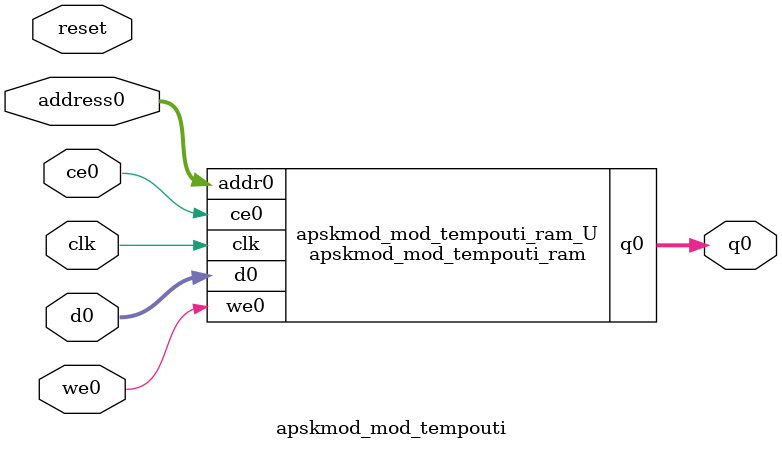
<source format=v>
`timescale 1 ns / 1 ps
module apskmod_mod_tempouti_ram (addr0, ce0, d0, we0, q0,  clk);

parameter DWIDTH = 32;
parameter AWIDTH = 9;
parameter MEM_SIZE = 340;

input[AWIDTH-1:0] addr0;
input ce0;
input[DWIDTH-1:0] d0;
input we0;
output reg[DWIDTH-1:0] q0;
input clk;

reg [DWIDTH-1:0] ram[0:MEM_SIZE-1];




always @(posedge clk)  
begin 
    if (ce0) begin
        if (we0) 
            ram[addr0] <= d0; 
        q0 <= ram[addr0];
    end
end


endmodule

`timescale 1 ns / 1 ps
module apskmod_mod_tempouti(
    reset,
    clk,
    address0,
    ce0,
    we0,
    d0,
    q0);

parameter DataWidth = 32'd32;
parameter AddressRange = 32'd340;
parameter AddressWidth = 32'd9;
input reset;
input clk;
input[AddressWidth - 1:0] address0;
input ce0;
input we0;
input[DataWidth - 1:0] d0;
output[DataWidth - 1:0] q0;



apskmod_mod_tempouti_ram apskmod_mod_tempouti_ram_U(
    .clk( clk ),
    .addr0( address0 ),
    .ce0( ce0 ),
    .we0( we0 ),
    .d0( d0 ),
    .q0( q0 ));

endmodule


</source>
